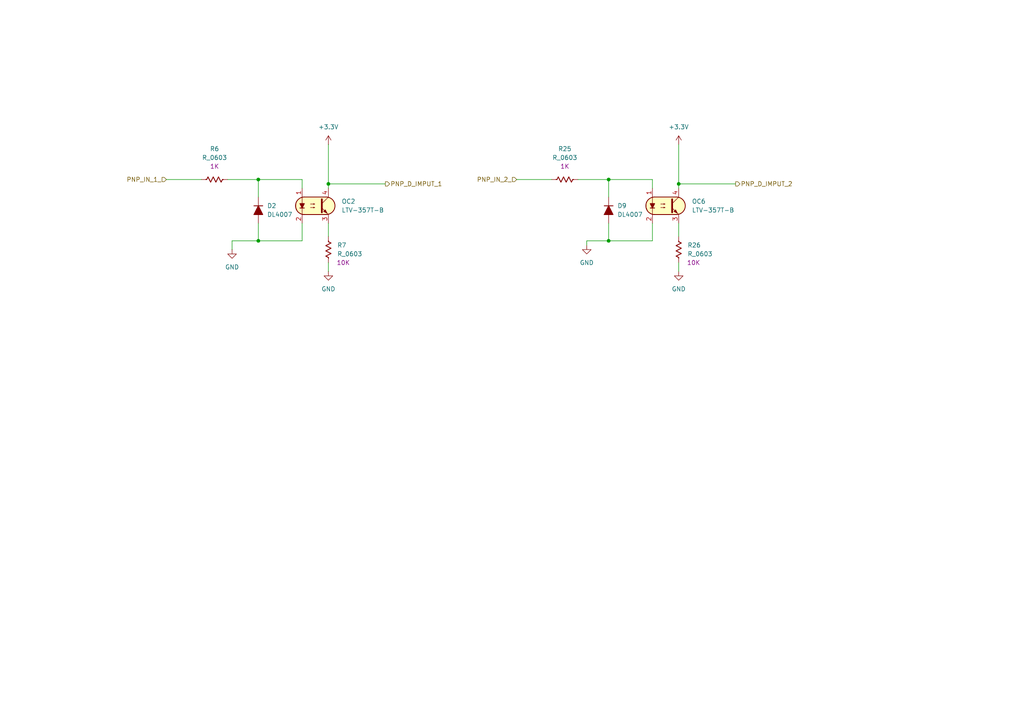
<source format=kicad_sch>
(kicad_sch (version 20250114) (generator "eeschema") (generator_version "9.0")
  (paper "A4")
  (lib_symbols
    (symbol "PCM_Diode_AKL:DL4007" (pin_numbers (hide yes)) (pin_names (offset 1.016) (hide yes))
      (property "Reference" "D" (at 0 5.08 0))
      (property "Value" "DL4007" (at 0 2.54 0))
      (symbol "DL4007_0_1"
        (polyline (pts (xy -1.27 1.27) (xy -1.27 -1.27) (xy 1.27 0) (xy -1.27 1.27)) (stroke (width 0.254)) (fill (type outline)))
        (polyline (pts (xy -1.27 0) (xy 1.27 0)))
        (polyline (pts (xy 1.27 1.27) (xy 1.27 -1.27)) (stroke (width 0.254)))
      )
      (symbol "DL4007_0_2"
        (polyline (pts (xy -2.54 -2.54) (xy 2.54 2.54)))
        (polyline (pts (xy -0.889 -0.889) (xy -1.778 0) (xy 0.889 0.889) (xy 0 -1.778) (xy -0.889 -0.889)) (stroke (width 0.254)) (fill (type outline)))
        (polyline (pts (xy 0 1.778) (xy 1.778 0)) (stroke (width 0.254)))
      )
      (symbol "DL4007_1_1"
        (pin passive line (at -3.81 0 0) (length 2.54) (name "A") (number "2"))
        (pin passive line (at 3.81 0 180) (length 2.54) (name "K") (number "1"))
      )
      (symbol "DL4007_1_2"
        (pin passive line (at -2.54 -2.54 0) (length 0) (name "A") (number "2"))
        (pin passive line (at 2.54 2.54 180) (length 0) (name "K") (number "1"))
      )
    )
    (symbol "PCM_Optocoupler_AKL:LTV-357T-B" (pin_names (offset 1.016))
      (property "Reference" "OC" (at 6.35 1.27 0))
      (property "Value" "LTV-357T-B" (at 6.35 -1.27 0))
      (symbol "LTV-357T-B_0_1"
        (polyline (pts (xy -4.445 -0.635) (xy -3.175 -0.635)) (stroke (width 0.254)))
        (polyline (pts (xy -3.81 -0.635) (xy -4.445 0.635) (xy -3.175 0.635) (xy -3.81 -0.635)) (stroke (width 0.254)) (fill (type outline)))
        (polyline (pts (xy -3.81 -2.54) (xy -3.81 -1.27) (xy -3.81 2.54)) (stroke (width 0.1524)))
        (polyline (pts (xy -3.175 2.54) (xy 3.175 2.54)) (stroke (width 0.254)))
        (arc (start -3.1975 -2.54) (mid -5.7151 0) (end -3.1975 2.54) (stroke (width 0.254)))
        (polyline (pts (xy -2.54 2.54) (xy 3.429 2.54) (xy 4.318 2.286) (xy 4.699 2.032) (xy 5.08 1.651) (xy 5.461 1.016) (xy 5.715 0.381) (xy 5.715 -0.381) (xy 5.461 -1.143) (xy 4.826 -1.905) (xy 4.191 -2.286) (xy 3.302 -2.54) (xy -3.81 -2.54) (xy -3.81 -2.54) (xy -4.572 -2.032) (xy -5.08 -1.778) (xy -5.588 -0.508) (xy -5.588 0.254) (xy -5.588 1.016) (xy -5.08 1.778) (xy -4.318 2.286) (xy -3.556 2.54) (xy -2.54 2.54)) (stroke (width 0.01)) (fill (type background)))
        (polyline (pts (xy -1.397 0.508) (xy -0.127 0.508) (xy -0.508 0.381) (xy -0.508 0.635) (xy -0.127 0.508)))
        (polyline (pts (xy -1.397 -0.508) (xy -0.127 -0.508) (xy -0.508 -0.635) (xy -0.508 -0.381) (xy -0.127 -0.508)))
        (polyline (pts (xy 1.905 1.905) (xy 1.905 -1.905) (xy 1.905 -1.905)) (stroke (width 0.508)))
        (polyline (pts (xy 1.905 0.635) (xy 3.81 2.54)))
        (polyline (pts (xy 2.413 -1.651) (xy 2.921 -1.143) (xy 3.429 -2.159) (xy 2.413 -1.651) (xy 2.413 -1.651)) (fill (type outline)))
        (arc (start 3.1975 2.54) (mid 5.7151 0) (end 3.1975 -2.54) (stroke (width 0.254)))
        (polyline (pts (xy 3.175 -2.54) (xy -3.175 -2.54)) (stroke (width 0.254)))
        (polyline (pts (xy 3.81 -2.54) (xy 1.905 -0.635)) (fill (type outline)))
      )
      (symbol "LTV-357T-B_1_1"
        (pin passive line (at -3.81 5.08 270) (length 2.54) (name "~") (number "1"))
        (pin passive line (at -3.81 -5.08 90) (length 2.54) (name "~") (number "2"))
        (pin passive line (at 3.81 5.08 270) (length 2.54) (name "~") (number "4"))
        (pin passive line (at 3.81 -5.08 90) (length 2.54) (name "~") (number "3"))
      )
    )
    (symbol "PCM_Resistor_US_AKL:R_0603" (pin_numbers (hide yes)) (pin_names (offset 0))
      (property "Reference" "R" (at 2.54 1.27 0))
      (property "Value" "R_0603" (at 2.54 -1.27 0))
      (symbol "R_0603_0_1"
        (polyline (pts (xy 0 2.286) (xy 0 2.54)) (stroke (width 0.254)))
        (polyline (pts (xy 0 2.286) (xy 0.762 1.905) (xy -0.762 1.143) (xy 0 0.762) (xy 0.762 0.381) (xy 0 0) (xy -0.762 -0.381) (xy 0 -0.762) (xy 0.762 -1.143) (xy 0 -1.524) (xy -0.762 -1.905) (xy 0 -2.286)) (stroke (width 0.254)))
        (polyline (pts (xy 0 -2.286) (xy 0 -2.54)) (stroke (width 0.254)))
      )
      (symbol "R_0603_0_2"
        (polyline (pts (xy -2.54 -2.54) (xy -1.778 -1.778)))
        (polyline (pts (xy -1.778 -1.778) (xy -1.524 -1.524)) (stroke (width 0.254)))
        (polyline (pts (xy -1.524 -1.524) (xy -1.778 -0.762) (xy -1.016 -1.016)) (stroke (width 0.254)))
        (polyline (pts (xy -0.508 -0.508) (xy -0.762 0.254) (xy 0 0)) (stroke (width 0.254)))
        (polyline (pts (xy -0.508 -0.508) (xy -0.254 -1.27) (xy -1.016 -1.016)) (stroke (width 0.254)))
        (polyline (pts (xy 0.508 0.508) (xy 0.254 1.27) (xy 1.016 1.016)) (stroke (width 0.254)))
        (polyline (pts (xy 0.508 0.508) (xy 0.762 -0.254) (xy 0 0)) (stroke (width 0.254)))
        (polyline (pts (xy 1.524 1.524) (xy 1.778 0.762) (xy 1.016 1.016)) (stroke (width 0.254)))
        (polyline (pts (xy 1.778 1.778) (xy 1.524 1.524)) (stroke (width 0.254)))
        (polyline (pts (xy 1.778 1.778) (xy 2.54 2.54)))
      )
      (symbol "R_0603_1_1"
        (pin passive line (at 0 3.81 270) (length 1.27) (name "~") (number "1"))
        (pin passive line (at 0 -3.81 90) (length 1.27) (name "~") (number "2"))
      )
      (symbol "R_0603_1_2"
        (pin passive line (at -2.54 -2.54 0) (length 0) (name "") (number "2"))
        (pin passive line (at 2.54 2.54 180) (length 0) (name "") (number "1"))
      )
    )
    (symbol "power:+3.3V" (power) (pin_numbers (hide yes)) (pin_names (offset 0) (hide yes))
      (property "Value" "+3.3V" (at 0 3.556 0))
      (symbol "+3.3V_0_1"
        (polyline (pts (xy -0.762 1.27) (xy 0 2.54)))
        (polyline (pts (xy 0 2.54) (xy 0.762 1.27)))
        (polyline (pts (xy 0 0) (xy 0 2.54)))
      )
      (symbol "+3.3V_1_1"
        (pin power_in line (at 0 0 90) (length 0) (name "~") (number "1"))
      )
    )
    (symbol "power:GND" (power) (pin_numbers (hide yes)) (pin_names (offset 0) (hide yes))
      (property "Value" "GND" (at 0 -3.81 0))
      (symbol "GND_0_1"
        (polyline (pts (xy 0 0) (xy 0 -1.27) (xy 1.27 -1.27) (xy 0 -2.54) (xy -1.27 -1.27) (xy 0 -1.27)))
      )
      (symbol "GND_1_1"
        (pin power_in line (at 0 0 270) (length 0) (name "~") (number "1"))
      )
    )
  )
  (junction (at 176.53 52.07))
  (junction (at 74.93 52.07))
  (junction (at 196.85 53.34))
  (junction (at 95.25 53.34))
  (junction (at 74.93 69.85))
  (junction (at 176.53 69.85))
  (wire (pts (xy 74.93 69.85) (xy 87.63 69.85)))
  (wire (pts (xy 74.93 52.07) (xy 74.93 57.15)))
  (wire (pts (xy 87.63 69.85) (xy 87.63 64.77)))
  (wire (pts (xy 170.18 71.12) (xy 170.18 69.85)))
  (wire (pts (xy 95.25 53.34) (xy 95.25 54.61)))
  (wire (pts (xy 196.85 76.2) (xy 196.85 78.74)))
  (wire (pts (xy 170.18 69.85) (xy 176.53 69.85)))
  (wire (pts (xy 189.23 54.61) (xy 189.23 52.07)))
  (wire (pts (xy 176.53 64.77) (xy 176.53 69.85)))
  (wire (pts (xy 189.23 69.85) (xy 189.23 64.77)))
  (wire (pts (xy 48.26 52.07) (xy 58.42 52.07)))
  (wire (pts (xy 87.63 54.61) (xy 87.63 52.07)))
  (wire (pts (xy 149.86 52.07) (xy 160.02 52.07)))
  (wire (pts (xy 67.31 69.85) (xy 74.93 69.85)))
  (wire (pts (xy 167.64 52.07) (xy 176.53 52.07)))
  (wire (pts (xy 196.85 41.91) (xy 196.85 53.34)))
  (wire (pts (xy 176.53 52.07) (xy 176.53 57.15)))
  (wire (pts (xy 196.85 53.34) (xy 213.36 53.34)))
  (wire (pts (xy 95.25 41.91) (xy 95.25 53.34)))
  (wire (pts (xy 87.63 52.07) (xy 74.93 52.07)))
  (wire (pts (xy 196.85 53.34) (xy 196.85 54.61)))
  (wire (pts (xy 176.53 69.85) (xy 189.23 69.85)))
  (wire (pts (xy 95.25 53.34) (xy 111.76 53.34)))
  (wire (pts (xy 196.85 64.77) (xy 196.85 68.58)))
  (wire (pts (xy 66.04 52.07) (xy 74.93 52.07)))
  (wire (pts (xy 74.93 64.77) (xy 74.93 69.85)))
  (wire (pts (xy 95.25 76.2) (xy 95.25 78.74)))
  (wire (pts (xy 189.23 52.07) (xy 176.53 52.07)))
  (wire (pts (xy 95.25 64.77) (xy 95.25 68.58)))
  (wire (pts (xy 67.31 72.39) (xy 67.31 69.85)))
  (hierarchical_label "PNP_D_IMPUT_1" (shape output) (at 111.76 53.34 0))
  (hierarchical_label "PNP_IN_1_" (shape input) (at 48.26 52.07 180))
  (hierarchical_label "PNP_IN_2_" (shape input) (at 149.86 52.07 180))
  (hierarchical_label "PNP_D_IMPUT_2" (shape output) (at 213.36 53.34 0))
  (symbol (lib_id "PCM_Resistor_US_AKL:R_0603") (at 196.85 72.39 180) (unit 1)
    (property "Reference" "R26" (at 199.39 71.1199 0) (effects (justify right)))
    (property "Value" "R_0603" (at 199.39 73.6599 0) (effects (justify right)))
    (property "Footprint" "PCM_Resistor_SMD_AKL:R_0603_1608Metric" (effects (hide yes)))
    (property "Description" "SMD 0603 Chip Resistor, US Symbol, Alternate KiCad Library" (effects (hide yes)))
    (property "Field5" "10K" (at 201.168 76.2 0))
  )
  (symbol (lib_id "PCM_Optocoupler_AKL:LTV-357T-B") (at 91.44 59.69 0) (unit 1)
    (property "Reference" "OC2" (at 99.06 58.4199 0) (effects (justify left)))
    (property "Value" "LTV-357T-B" (at 99.06 60.9599 0) (effects (justify left)))
    (property "Footprint" "PCM_Package_SO_AKL:SO-4_4.4x3.9mm_P2.54mm" (effects (hide yes)))
    (property "Datasheet" "https://www.tme.eu/Document/4ccb1404604244f2e07aa15af3469fcc/LTV-357T.pdf" (effects (hide yes)))
    (property "Description" "SO-4 Optocoupler, Transistor output, 3.75kV, 18us, Alternate KiCAD Library" (effects (hide yes)))
  )
  (symbol (lib_id "PCM_Diode_AKL:DL4007") (at 74.93 60.96 90) (unit 1)
    (property "Reference" "D2" (at 77.47 59.6899 90) (effects (justify right)))
    (property "Value" "DL4007" (at 77.47 62.2299 90) (effects (justify right)))
    (property "Footprint" "PCM_Diode_SMD_AKL:D_MELF" (effects (hide yes)))
    (property "Datasheet" "https://www.diodes.com/assets/Datasheets/products_inactive_data/ds16001.pdf" (effects (hide yes)))
    (property "Description" "MELF Diode, Rectifier, 1000V, 1A, Alternate KiCad Library" (effects (hide yes)))
  )
  (symbol (lib_id "power:GND") (at 196.85 78.74 0) (unit 1)
    (property "Reference" "#PWR052" (effects (hide yes)))
    (property "Value" "GND" (at 196.85 83.82 0))
    (property "Description" "Power symbol creates a global label with name \"GND\" , ground" (effects (hide yes)))
  )
  (symbol (lib_id "PCM_Resistor_US_AKL:R_0603") (at 163.83 52.07 270) (unit 1)
    (property "Reference" "R25" (at 163.83 43.18 90))
    (property "Value" "R_0603" (at 163.83 45.72 90))
    (property "Footprint" "PCM_Resistor_SMD_AKL:R_0603_1608Metric" (effects (hide yes)))
    (property "Datasheet" "1K" (effects (hide yes)))
    (property "Description" "SMD 0603 Chip Resistor, US Symbol, Alternate KiCad Library" (effects (hide yes)))
    (property "Field5" "1K" (at 163.83 48.26 90))
  )
  (symbol (lib_id "power:GND") (at 95.25 78.74 0) (unit 1)
    (property "Reference" "#PWR021" (effects (hide yes)))
    (property "Value" "GND" (at 95.25 83.82 0))
    (property "Description" "Power symbol creates a global label with name \"GND\" , ground" (effects (hide yes)))
  )
  (symbol (lib_id "PCM_Diode_AKL:DL4007") (at 176.53 60.96 90) (unit 1)
    (property "Reference" "D9" (at 179.07 59.6899 90) (effects (justify right)))
    (property "Value" "DL4007" (at 179.07 62.2299 90) (effects (justify right)))
    (property "Footprint" "PCM_Diode_SMD_AKL:D_MELF" (effects (hide yes)))
    (property "Datasheet" "https://www.diodes.com/assets/Datasheets/products_inactive_data/ds16001.pdf" (effects (hide yes)))
    (property "Description" "MELF Diode, Rectifier, 1000V, 1A, Alternate KiCad Library" (effects (hide yes)))
  )
  (symbol (lib_id "PCM_Optocoupler_AKL:LTV-357T-B") (at 193.04 59.69 0) (unit 1)
    (property "Reference" "OC6" (at 200.66 58.4199 0) (effects (justify left)))
    (property "Value" "LTV-357T-B" (at 200.66 60.9599 0) (effects (justify left)))
    (property "Footprint" "PCM_Package_SO_AKL:SO-4_4.4x3.9mm_P2.54mm" (effects (hide yes)))
    (property "Datasheet" "https://www.tme.eu/Document/4ccb1404604244f2e07aa15af3469fcc/LTV-357T.pdf" (effects (hide yes)))
    (property "Description" "SO-4 Optocoupler, Transistor output, 3.75kV, 18us, Alternate KiCAD Library" (effects (hide yes)))
  )
  (symbol (lib_id "power:GND") (at 67.31 72.39 0) (unit 1)
    (property "Reference" "#PWR053" (effects (hide yes)))
    (property "Value" "GND" (at 67.31 77.47 0))
    (property "Description" "Power symbol creates a global label with name \"GND\" , ground" (effects (hide yes)))
  )
  (symbol (lib_id "power:+3.3V") (at 95.25 41.91 0) (unit 1)
    (property "Reference" "#PWR020" (effects (hide yes)))
    (property "Value" "+3.3V" (at 95.25 36.83 0))
    (property "Description" "Power symbol creates a global label with name \"+3.3V\"" (effects (hide yes)))
  )
  (symbol (lib_id "power:+3.3V") (at 196.85 41.91 0) (unit 1)
    (property "Reference" "#PWR051" (effects (hide yes)))
    (property "Value" "+3.3V" (at 196.85 36.83 0))
    (property "Description" "Power symbol creates a global label with name \"+3.3V\"" (effects (hide yes)))
  )
  (symbol (lib_id "PCM_Resistor_US_AKL:R_0603") (at 95.25 72.39 180) (unit 1)
    (property "Reference" "R7" (at 97.79 71.1199 0) (effects (justify right)))
    (property "Value" "R_0603" (at 97.79 73.6599 0) (effects (justify right)))
    (property "Footprint" "PCM_Resistor_SMD_AKL:R_0603_1608Metric" (effects (hide yes)))
    (property "Description" "SMD 0603 Chip Resistor, US Symbol, Alternate KiCad Library" (effects (hide yes)))
    (property "Field5" "10K" (at 99.568 76.2 0))
  )
  (symbol (lib_id "PCM_Resistor_US_AKL:R_0603") (at 62.23 52.07 270) (unit 1)
    (property "Reference" "R6" (at 62.23 43.18 90))
    (property "Value" "R_0603" (at 62.23 45.72 90))
    (property "Footprint" "PCM_Resistor_SMD_AKL:R_0603_1608Metric" (effects (hide yes)))
    (property "Datasheet" "1K" (effects (hide yes)))
    (property "Description" "SMD 0603 Chip Resistor, US Symbol, Alternate KiCad Library" (effects (hide yes)))
    (property "Field5" "1K" (at 62.23 48.26 90))
  )
  (symbol (lib_id "power:GND") (at 170.18 71.12 0) (unit 1)
    (property "Reference" "#PWR054" (effects (hide yes)))
    (property "Value" "GND" (at 170.18 76.2 0))
    (property "Description" "Power symbol creates a global label with name \"GND\" , ground" (effects (hide yes)))
  )
)
</source>
